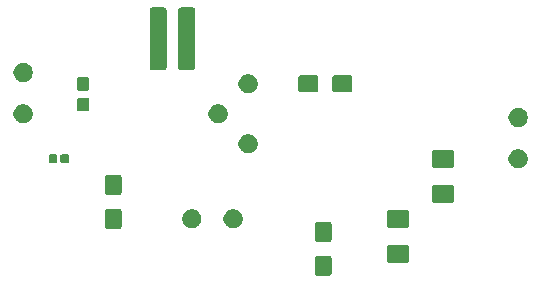
<source format=gts>
G04 #@! TF.GenerationSoftware,KiCad,Pcbnew,5.1.2-f72e74a~84~ubuntu18.04.1*
G04 #@! TF.CreationDate,2019-06-13T09:44:25+02:00*
G04 #@! TF.ProjectId,ampli_tres_simple,616d706c-695f-4747-9265-735f73696d70,rev?*
G04 #@! TF.SameCoordinates,Original*
G04 #@! TF.FileFunction,Soldermask,Top*
G04 #@! TF.FilePolarity,Negative*
%FSLAX46Y46*%
G04 Gerber Fmt 4.6, Leading zero omitted, Abs format (unit mm)*
G04 Created by KiCad (PCBNEW 5.1.2-f72e74a~84~ubuntu18.04.1) date 2019-06-13 09:44:25*
%MOMM*%
%LPD*%
G04 APERTURE LIST*
%ADD10C,0.100000*%
G04 APERTURE END LIST*
D10*
G36*
X165672798Y-139033247D02*
G01*
X165708367Y-139044037D01*
X165741139Y-139061554D01*
X165769869Y-139085131D01*
X165793446Y-139113861D01*
X165810963Y-139146633D01*
X165821753Y-139182202D01*
X165826000Y-139225325D01*
X165826000Y-140509675D01*
X165821753Y-140552798D01*
X165810963Y-140588367D01*
X165793446Y-140621139D01*
X165769869Y-140649869D01*
X165741139Y-140673446D01*
X165708367Y-140690963D01*
X165672798Y-140701753D01*
X165629675Y-140706000D01*
X164570325Y-140706000D01*
X164527202Y-140701753D01*
X164491633Y-140690963D01*
X164458861Y-140673446D01*
X164430131Y-140649869D01*
X164406554Y-140621139D01*
X164389037Y-140588367D01*
X164378247Y-140552798D01*
X164374000Y-140509675D01*
X164374000Y-139225325D01*
X164378247Y-139182202D01*
X164389037Y-139146633D01*
X164406554Y-139113861D01*
X164430131Y-139085131D01*
X164458861Y-139061554D01*
X164491633Y-139044037D01*
X164527202Y-139033247D01*
X164570325Y-139029000D01*
X165629675Y-139029000D01*
X165672798Y-139033247D01*
X165672798Y-139033247D01*
G37*
G36*
X172225562Y-138105681D02*
G01*
X172260481Y-138116274D01*
X172292663Y-138133476D01*
X172320873Y-138156627D01*
X172344024Y-138184837D01*
X172361226Y-138217019D01*
X172371819Y-138251938D01*
X172376000Y-138294395D01*
X172376000Y-139435605D01*
X172371819Y-139478062D01*
X172361226Y-139512981D01*
X172344024Y-139545163D01*
X172320873Y-139573373D01*
X172292663Y-139596524D01*
X172260481Y-139613726D01*
X172225562Y-139624319D01*
X172183105Y-139628500D01*
X170716895Y-139628500D01*
X170674438Y-139624319D01*
X170639519Y-139613726D01*
X170607337Y-139596524D01*
X170579127Y-139573373D01*
X170555976Y-139545163D01*
X170538774Y-139512981D01*
X170528181Y-139478062D01*
X170524000Y-139435605D01*
X170524000Y-138294395D01*
X170528181Y-138251938D01*
X170538774Y-138217019D01*
X170555976Y-138184837D01*
X170579127Y-138156627D01*
X170607337Y-138133476D01*
X170639519Y-138116274D01*
X170674438Y-138105681D01*
X170716895Y-138101500D01*
X172183105Y-138101500D01*
X172225562Y-138105681D01*
X172225562Y-138105681D01*
G37*
G36*
X165672798Y-136158247D02*
G01*
X165708367Y-136169037D01*
X165741139Y-136186554D01*
X165769869Y-136210131D01*
X165793446Y-136238861D01*
X165810963Y-136271633D01*
X165821753Y-136307202D01*
X165826000Y-136350325D01*
X165826000Y-137634675D01*
X165821753Y-137677798D01*
X165810963Y-137713367D01*
X165793446Y-137746139D01*
X165769869Y-137774869D01*
X165741139Y-137798446D01*
X165708367Y-137815963D01*
X165672798Y-137826753D01*
X165629675Y-137831000D01*
X164570325Y-137831000D01*
X164527202Y-137826753D01*
X164491633Y-137815963D01*
X164458861Y-137798446D01*
X164430131Y-137774869D01*
X164406554Y-137746139D01*
X164389037Y-137713367D01*
X164378247Y-137677798D01*
X164374000Y-137634675D01*
X164374000Y-136350325D01*
X164378247Y-136307202D01*
X164389037Y-136271633D01*
X164406554Y-136238861D01*
X164430131Y-136210131D01*
X164458861Y-136186554D01*
X164491633Y-136169037D01*
X164527202Y-136158247D01*
X164570325Y-136154000D01*
X165629675Y-136154000D01*
X165672798Y-136158247D01*
X165672798Y-136158247D01*
G37*
G36*
X147892798Y-135055747D02*
G01*
X147928367Y-135066537D01*
X147961139Y-135084054D01*
X147989869Y-135107631D01*
X148013446Y-135136361D01*
X148030963Y-135169133D01*
X148041753Y-135204702D01*
X148046000Y-135247825D01*
X148046000Y-136532175D01*
X148041753Y-136575298D01*
X148030963Y-136610867D01*
X148013446Y-136643639D01*
X147989869Y-136672369D01*
X147961139Y-136695946D01*
X147928367Y-136713463D01*
X147892798Y-136724253D01*
X147849675Y-136728500D01*
X146790325Y-136728500D01*
X146747202Y-136724253D01*
X146711633Y-136713463D01*
X146678861Y-136695946D01*
X146650131Y-136672369D01*
X146626554Y-136643639D01*
X146609037Y-136610867D01*
X146598247Y-136575298D01*
X146594000Y-136532175D01*
X146594000Y-135247825D01*
X146598247Y-135204702D01*
X146609037Y-135169133D01*
X146626554Y-135136361D01*
X146650131Y-135107631D01*
X146678861Y-135084054D01*
X146711633Y-135066537D01*
X146747202Y-135055747D01*
X146790325Y-135051500D01*
X147849675Y-135051500D01*
X147892798Y-135055747D01*
X147892798Y-135055747D01*
G37*
G36*
X154217142Y-135108242D02*
G01*
X154365101Y-135169529D01*
X154498255Y-135258499D01*
X154611501Y-135371745D01*
X154700471Y-135504899D01*
X154761758Y-135652858D01*
X154793000Y-135809925D01*
X154793000Y-135970075D01*
X154761758Y-136127142D01*
X154700471Y-136275101D01*
X154611501Y-136408255D01*
X154498255Y-136521501D01*
X154365101Y-136610471D01*
X154217142Y-136671758D01*
X154060075Y-136703000D01*
X153899925Y-136703000D01*
X153742858Y-136671758D01*
X153594899Y-136610471D01*
X153461745Y-136521501D01*
X153348499Y-136408255D01*
X153259529Y-136275101D01*
X153198242Y-136127142D01*
X153167000Y-135970075D01*
X153167000Y-135809925D01*
X153198242Y-135652858D01*
X153259529Y-135504899D01*
X153348499Y-135371745D01*
X153461745Y-135258499D01*
X153594899Y-135169529D01*
X153742858Y-135108242D01*
X153899925Y-135077000D01*
X154060075Y-135077000D01*
X154217142Y-135108242D01*
X154217142Y-135108242D01*
G37*
G36*
X157717142Y-135108242D02*
G01*
X157865101Y-135169529D01*
X157998255Y-135258499D01*
X158111501Y-135371745D01*
X158200471Y-135504899D01*
X158261758Y-135652858D01*
X158293000Y-135809925D01*
X158293000Y-135970075D01*
X158261758Y-136127142D01*
X158200471Y-136275101D01*
X158111501Y-136408255D01*
X157998255Y-136521501D01*
X157865101Y-136610471D01*
X157717142Y-136671758D01*
X157560075Y-136703000D01*
X157399925Y-136703000D01*
X157242858Y-136671758D01*
X157094899Y-136610471D01*
X156961745Y-136521501D01*
X156848499Y-136408255D01*
X156759529Y-136275101D01*
X156698242Y-136127142D01*
X156667000Y-135970075D01*
X156667000Y-135809925D01*
X156698242Y-135652858D01*
X156759529Y-135504899D01*
X156848499Y-135371745D01*
X156961745Y-135258499D01*
X157094899Y-135169529D01*
X157242858Y-135108242D01*
X157399925Y-135077000D01*
X157560075Y-135077000D01*
X157717142Y-135108242D01*
X157717142Y-135108242D01*
G37*
G36*
X172225562Y-135130681D02*
G01*
X172260481Y-135141274D01*
X172292663Y-135158476D01*
X172320873Y-135181627D01*
X172344024Y-135209837D01*
X172361226Y-135242019D01*
X172371819Y-135276938D01*
X172376000Y-135319395D01*
X172376000Y-136460605D01*
X172371819Y-136503062D01*
X172361226Y-136537981D01*
X172344024Y-136570163D01*
X172320873Y-136598373D01*
X172292663Y-136621524D01*
X172260481Y-136638726D01*
X172225562Y-136649319D01*
X172183105Y-136653500D01*
X170716895Y-136653500D01*
X170674438Y-136649319D01*
X170639519Y-136638726D01*
X170607337Y-136621524D01*
X170579127Y-136598373D01*
X170555976Y-136570163D01*
X170538774Y-136537981D01*
X170528181Y-136503062D01*
X170524000Y-136460605D01*
X170524000Y-135319395D01*
X170528181Y-135276938D01*
X170538774Y-135242019D01*
X170555976Y-135209837D01*
X170579127Y-135181627D01*
X170607337Y-135158476D01*
X170639519Y-135141274D01*
X170674438Y-135130681D01*
X170716895Y-135126500D01*
X172183105Y-135126500D01*
X172225562Y-135130681D01*
X172225562Y-135130681D01*
G37*
G36*
X176035562Y-133025681D02*
G01*
X176070481Y-133036274D01*
X176102663Y-133053476D01*
X176130873Y-133076627D01*
X176154024Y-133104837D01*
X176171226Y-133137019D01*
X176181819Y-133171938D01*
X176186000Y-133214395D01*
X176186000Y-134355605D01*
X176181819Y-134398062D01*
X176171226Y-134432981D01*
X176154024Y-134465163D01*
X176130873Y-134493373D01*
X176102663Y-134516524D01*
X176070481Y-134533726D01*
X176035562Y-134544319D01*
X175993105Y-134548500D01*
X174526895Y-134548500D01*
X174484438Y-134544319D01*
X174449519Y-134533726D01*
X174417337Y-134516524D01*
X174389127Y-134493373D01*
X174365976Y-134465163D01*
X174348774Y-134432981D01*
X174338181Y-134398062D01*
X174334000Y-134355605D01*
X174334000Y-133214395D01*
X174338181Y-133171938D01*
X174348774Y-133137019D01*
X174365976Y-133104837D01*
X174389127Y-133076627D01*
X174417337Y-133053476D01*
X174449519Y-133036274D01*
X174484438Y-133025681D01*
X174526895Y-133021500D01*
X175993105Y-133021500D01*
X176035562Y-133025681D01*
X176035562Y-133025681D01*
G37*
G36*
X147892798Y-132180747D02*
G01*
X147928367Y-132191537D01*
X147961139Y-132209054D01*
X147989869Y-132232631D01*
X148013446Y-132261361D01*
X148030963Y-132294133D01*
X148041753Y-132329702D01*
X148046000Y-132372825D01*
X148046000Y-133657175D01*
X148041753Y-133700298D01*
X148030963Y-133735867D01*
X148013446Y-133768639D01*
X147989869Y-133797369D01*
X147961139Y-133820946D01*
X147928367Y-133838463D01*
X147892798Y-133849253D01*
X147849675Y-133853500D01*
X146790325Y-133853500D01*
X146747202Y-133849253D01*
X146711633Y-133838463D01*
X146678861Y-133820946D01*
X146650131Y-133797369D01*
X146626554Y-133768639D01*
X146609037Y-133735867D01*
X146598247Y-133700298D01*
X146594000Y-133657175D01*
X146594000Y-132372825D01*
X146598247Y-132329702D01*
X146609037Y-132294133D01*
X146626554Y-132261361D01*
X146650131Y-132232631D01*
X146678861Y-132209054D01*
X146711633Y-132191537D01*
X146747202Y-132180747D01*
X146790325Y-132176500D01*
X147849675Y-132176500D01*
X147892798Y-132180747D01*
X147892798Y-132180747D01*
G37*
G36*
X181847142Y-130028242D02*
G01*
X181995101Y-130089529D01*
X182128255Y-130178499D01*
X182241501Y-130291745D01*
X182330471Y-130424899D01*
X182391758Y-130572858D01*
X182423000Y-130729925D01*
X182423000Y-130890075D01*
X182391758Y-131047142D01*
X182330471Y-131195101D01*
X182241501Y-131328255D01*
X182128255Y-131441501D01*
X181995101Y-131530471D01*
X181847142Y-131591758D01*
X181690075Y-131623000D01*
X181529925Y-131623000D01*
X181372858Y-131591758D01*
X181224899Y-131530471D01*
X181091745Y-131441501D01*
X180978499Y-131328255D01*
X180889529Y-131195101D01*
X180828242Y-131047142D01*
X180797000Y-130890075D01*
X180797000Y-130729925D01*
X180828242Y-130572858D01*
X180889529Y-130424899D01*
X180978499Y-130291745D01*
X181091745Y-130178499D01*
X181224899Y-130089529D01*
X181372858Y-130028242D01*
X181529925Y-129997000D01*
X181690075Y-129997000D01*
X181847142Y-130028242D01*
X181847142Y-130028242D01*
G37*
G36*
X176035562Y-130050681D02*
G01*
X176070481Y-130061274D01*
X176102663Y-130078476D01*
X176130873Y-130101627D01*
X176154024Y-130129837D01*
X176171226Y-130162019D01*
X176181819Y-130196938D01*
X176186000Y-130239395D01*
X176186000Y-131380605D01*
X176181819Y-131423062D01*
X176171226Y-131457981D01*
X176154024Y-131490163D01*
X176130873Y-131518373D01*
X176102663Y-131541524D01*
X176070481Y-131558726D01*
X176035562Y-131569319D01*
X175993105Y-131573500D01*
X174526895Y-131573500D01*
X174484438Y-131569319D01*
X174449519Y-131558726D01*
X174417337Y-131541524D01*
X174389127Y-131518373D01*
X174365976Y-131490163D01*
X174348774Y-131457981D01*
X174338181Y-131423062D01*
X174334000Y-131380605D01*
X174334000Y-130239395D01*
X174338181Y-130196938D01*
X174348774Y-130162019D01*
X174365976Y-130129837D01*
X174389127Y-130101627D01*
X174417337Y-130078476D01*
X174449519Y-130061274D01*
X174484438Y-130050681D01*
X174526895Y-130046500D01*
X175993105Y-130046500D01*
X176035562Y-130050681D01*
X176035562Y-130050681D01*
G37*
G36*
X142496938Y-130441716D02*
G01*
X142517557Y-130447971D01*
X142536553Y-130458124D01*
X142553208Y-130471792D01*
X142566876Y-130488447D01*
X142577029Y-130507443D01*
X142583284Y-130528062D01*
X142586000Y-130555640D01*
X142586000Y-131064360D01*
X142583284Y-131091938D01*
X142577029Y-131112557D01*
X142566876Y-131131553D01*
X142553208Y-131148208D01*
X142536553Y-131161876D01*
X142517557Y-131172029D01*
X142496938Y-131178284D01*
X142469360Y-131181000D01*
X142010640Y-131181000D01*
X141983062Y-131178284D01*
X141962443Y-131172029D01*
X141943447Y-131161876D01*
X141926792Y-131148208D01*
X141913124Y-131131553D01*
X141902971Y-131112557D01*
X141896716Y-131091938D01*
X141894000Y-131064360D01*
X141894000Y-130555640D01*
X141896716Y-130528062D01*
X141902971Y-130507443D01*
X141913124Y-130488447D01*
X141926792Y-130471792D01*
X141943447Y-130458124D01*
X141962443Y-130447971D01*
X141983062Y-130441716D01*
X142010640Y-130439000D01*
X142469360Y-130439000D01*
X142496938Y-130441716D01*
X142496938Y-130441716D01*
G37*
G36*
X143466938Y-130441716D02*
G01*
X143487557Y-130447971D01*
X143506553Y-130458124D01*
X143523208Y-130471792D01*
X143536876Y-130488447D01*
X143547029Y-130507443D01*
X143553284Y-130528062D01*
X143556000Y-130555640D01*
X143556000Y-131064360D01*
X143553284Y-131091938D01*
X143547029Y-131112557D01*
X143536876Y-131131553D01*
X143523208Y-131148208D01*
X143506553Y-131161876D01*
X143487557Y-131172029D01*
X143466938Y-131178284D01*
X143439360Y-131181000D01*
X142980640Y-131181000D01*
X142953062Y-131178284D01*
X142932443Y-131172029D01*
X142913447Y-131161876D01*
X142896792Y-131148208D01*
X142883124Y-131131553D01*
X142872971Y-131112557D01*
X142866716Y-131091938D01*
X142864000Y-131064360D01*
X142864000Y-130555640D01*
X142866716Y-130528062D01*
X142872971Y-130507443D01*
X142883124Y-130488447D01*
X142896792Y-130471792D01*
X142913447Y-130458124D01*
X142932443Y-130447971D01*
X142953062Y-130441716D01*
X142980640Y-130439000D01*
X143439360Y-130439000D01*
X143466938Y-130441716D01*
X143466938Y-130441716D01*
G37*
G36*
X158987142Y-128758242D02*
G01*
X159135101Y-128819529D01*
X159268255Y-128908499D01*
X159381501Y-129021745D01*
X159470471Y-129154899D01*
X159531758Y-129302858D01*
X159563000Y-129459925D01*
X159563000Y-129620075D01*
X159531758Y-129777142D01*
X159470471Y-129925101D01*
X159381501Y-130058255D01*
X159268255Y-130171501D01*
X159135101Y-130260471D01*
X158987142Y-130321758D01*
X158830075Y-130353000D01*
X158669925Y-130353000D01*
X158512858Y-130321758D01*
X158364899Y-130260471D01*
X158231745Y-130171501D01*
X158118499Y-130058255D01*
X158029529Y-129925101D01*
X157968242Y-129777142D01*
X157937000Y-129620075D01*
X157937000Y-129459925D01*
X157968242Y-129302858D01*
X158029529Y-129154899D01*
X158118499Y-129021745D01*
X158231745Y-128908499D01*
X158364899Y-128819529D01*
X158512858Y-128758242D01*
X158669925Y-128727000D01*
X158830075Y-128727000D01*
X158987142Y-128758242D01*
X158987142Y-128758242D01*
G37*
G36*
X181847142Y-126528242D02*
G01*
X181995101Y-126589529D01*
X182128255Y-126678499D01*
X182241501Y-126791745D01*
X182330471Y-126924899D01*
X182391758Y-127072858D01*
X182423000Y-127229925D01*
X182423000Y-127390075D01*
X182391758Y-127547142D01*
X182330471Y-127695101D01*
X182241501Y-127828255D01*
X182128255Y-127941501D01*
X181995101Y-128030471D01*
X181847142Y-128091758D01*
X181690075Y-128123000D01*
X181529925Y-128123000D01*
X181372858Y-128091758D01*
X181224899Y-128030471D01*
X181091745Y-127941501D01*
X180978499Y-127828255D01*
X180889529Y-127695101D01*
X180828242Y-127547142D01*
X180797000Y-127390075D01*
X180797000Y-127229925D01*
X180828242Y-127072858D01*
X180889529Y-126924899D01*
X180978499Y-126791745D01*
X181091745Y-126678499D01*
X181224899Y-126589529D01*
X181372858Y-126528242D01*
X181529925Y-126497000D01*
X181690075Y-126497000D01*
X181847142Y-126528242D01*
X181847142Y-126528242D01*
G37*
G36*
X139937142Y-126218242D02*
G01*
X140085101Y-126279529D01*
X140218255Y-126368499D01*
X140331501Y-126481745D01*
X140420471Y-126614899D01*
X140481758Y-126762858D01*
X140513000Y-126919925D01*
X140513000Y-127080075D01*
X140481758Y-127237142D01*
X140420471Y-127385101D01*
X140331501Y-127518255D01*
X140218255Y-127631501D01*
X140085101Y-127720471D01*
X139937142Y-127781758D01*
X139780075Y-127813000D01*
X139619925Y-127813000D01*
X139462858Y-127781758D01*
X139314899Y-127720471D01*
X139181745Y-127631501D01*
X139068499Y-127518255D01*
X138979529Y-127385101D01*
X138918242Y-127237142D01*
X138887000Y-127080075D01*
X138887000Y-126919925D01*
X138918242Y-126762858D01*
X138979529Y-126614899D01*
X139068499Y-126481745D01*
X139181745Y-126368499D01*
X139314899Y-126279529D01*
X139462858Y-126218242D01*
X139619925Y-126187000D01*
X139780075Y-126187000D01*
X139937142Y-126218242D01*
X139937142Y-126218242D01*
G37*
G36*
X156447142Y-126218242D02*
G01*
X156595101Y-126279529D01*
X156728255Y-126368499D01*
X156841501Y-126481745D01*
X156930471Y-126614899D01*
X156991758Y-126762858D01*
X157023000Y-126919925D01*
X157023000Y-127080075D01*
X156991758Y-127237142D01*
X156930471Y-127385101D01*
X156841501Y-127518255D01*
X156728255Y-127631501D01*
X156595101Y-127720471D01*
X156447142Y-127781758D01*
X156290075Y-127813000D01*
X156129925Y-127813000D01*
X155972858Y-127781758D01*
X155824899Y-127720471D01*
X155691745Y-127631501D01*
X155578499Y-127518255D01*
X155489529Y-127385101D01*
X155428242Y-127237142D01*
X155397000Y-127080075D01*
X155397000Y-126919925D01*
X155428242Y-126762858D01*
X155489529Y-126614899D01*
X155578499Y-126481745D01*
X155691745Y-126368499D01*
X155824899Y-126279529D01*
X155972858Y-126218242D01*
X156129925Y-126187000D01*
X156290075Y-126187000D01*
X156447142Y-126218242D01*
X156447142Y-126218242D01*
G37*
G36*
X145144499Y-125638445D02*
G01*
X145181995Y-125649820D01*
X145216554Y-125668292D01*
X145246847Y-125693153D01*
X145271708Y-125723446D01*
X145290180Y-125758005D01*
X145301555Y-125795501D01*
X145306000Y-125840638D01*
X145306000Y-126579362D01*
X145301555Y-126624499D01*
X145290180Y-126661995D01*
X145271708Y-126696554D01*
X145246847Y-126726847D01*
X145216554Y-126751708D01*
X145181995Y-126770180D01*
X145144499Y-126781555D01*
X145099362Y-126786000D01*
X144460638Y-126786000D01*
X144415501Y-126781555D01*
X144378005Y-126770180D01*
X144343446Y-126751708D01*
X144313153Y-126726847D01*
X144288292Y-126696554D01*
X144269820Y-126661995D01*
X144258445Y-126624499D01*
X144254000Y-126579362D01*
X144254000Y-125840638D01*
X144258445Y-125795501D01*
X144269820Y-125758005D01*
X144288292Y-125723446D01*
X144313153Y-125693153D01*
X144343446Y-125668292D01*
X144378005Y-125649820D01*
X144415501Y-125638445D01*
X144460638Y-125634000D01*
X145099362Y-125634000D01*
X145144499Y-125638445D01*
X145144499Y-125638445D01*
G37*
G36*
X158987142Y-123678242D02*
G01*
X159135101Y-123739529D01*
X159268255Y-123828499D01*
X159381501Y-123941745D01*
X159470471Y-124074899D01*
X159531758Y-124222858D01*
X159563000Y-124379925D01*
X159563000Y-124540075D01*
X159531758Y-124697142D01*
X159470471Y-124845101D01*
X159381501Y-124978255D01*
X159268255Y-125091501D01*
X159135101Y-125180471D01*
X158987142Y-125241758D01*
X158830075Y-125273000D01*
X158669925Y-125273000D01*
X158512858Y-125241758D01*
X158364899Y-125180471D01*
X158231745Y-125091501D01*
X158118499Y-124978255D01*
X158029529Y-124845101D01*
X157968242Y-124697142D01*
X157937000Y-124540075D01*
X157937000Y-124379925D01*
X157968242Y-124222858D01*
X158029529Y-124074899D01*
X158118499Y-123941745D01*
X158231745Y-123828499D01*
X158364899Y-123739529D01*
X158512858Y-123678242D01*
X158669925Y-123647000D01*
X158830075Y-123647000D01*
X158987142Y-123678242D01*
X158987142Y-123678242D01*
G37*
G36*
X164515298Y-123738247D02*
G01*
X164550867Y-123749037D01*
X164583639Y-123766554D01*
X164612369Y-123790131D01*
X164635946Y-123818861D01*
X164653463Y-123851633D01*
X164664253Y-123887202D01*
X164668500Y-123930325D01*
X164668500Y-124989675D01*
X164664253Y-125032798D01*
X164653463Y-125068367D01*
X164635946Y-125101139D01*
X164612369Y-125129869D01*
X164583639Y-125153446D01*
X164550867Y-125170963D01*
X164515298Y-125181753D01*
X164472175Y-125186000D01*
X163187825Y-125186000D01*
X163144702Y-125181753D01*
X163109133Y-125170963D01*
X163076361Y-125153446D01*
X163047631Y-125129869D01*
X163024054Y-125101139D01*
X163006537Y-125068367D01*
X162995747Y-125032798D01*
X162991500Y-124989675D01*
X162991500Y-123930325D01*
X162995747Y-123887202D01*
X163006537Y-123851633D01*
X163024054Y-123818861D01*
X163047631Y-123790131D01*
X163076361Y-123766554D01*
X163109133Y-123749037D01*
X163144702Y-123738247D01*
X163187825Y-123734000D01*
X164472175Y-123734000D01*
X164515298Y-123738247D01*
X164515298Y-123738247D01*
G37*
G36*
X167390298Y-123738247D02*
G01*
X167425867Y-123749037D01*
X167458639Y-123766554D01*
X167487369Y-123790131D01*
X167510946Y-123818861D01*
X167528463Y-123851633D01*
X167539253Y-123887202D01*
X167543500Y-123930325D01*
X167543500Y-124989675D01*
X167539253Y-125032798D01*
X167528463Y-125068367D01*
X167510946Y-125101139D01*
X167487369Y-125129869D01*
X167458639Y-125153446D01*
X167425867Y-125170963D01*
X167390298Y-125181753D01*
X167347175Y-125186000D01*
X166062825Y-125186000D01*
X166019702Y-125181753D01*
X165984133Y-125170963D01*
X165951361Y-125153446D01*
X165922631Y-125129869D01*
X165899054Y-125101139D01*
X165881537Y-125068367D01*
X165870747Y-125032798D01*
X165866500Y-124989675D01*
X165866500Y-123930325D01*
X165870747Y-123887202D01*
X165881537Y-123851633D01*
X165899054Y-123818861D01*
X165922631Y-123790131D01*
X165951361Y-123766554D01*
X165984133Y-123749037D01*
X166019702Y-123738247D01*
X166062825Y-123734000D01*
X167347175Y-123734000D01*
X167390298Y-123738247D01*
X167390298Y-123738247D01*
G37*
G36*
X145144499Y-123888445D02*
G01*
X145181995Y-123899820D01*
X145216554Y-123918292D01*
X145246847Y-123943153D01*
X145271708Y-123973446D01*
X145290180Y-124008005D01*
X145301555Y-124045501D01*
X145306000Y-124090638D01*
X145306000Y-124829362D01*
X145301555Y-124874499D01*
X145290180Y-124911995D01*
X145271708Y-124946554D01*
X145246847Y-124976847D01*
X145216554Y-125001708D01*
X145181995Y-125020180D01*
X145144499Y-125031555D01*
X145099362Y-125036000D01*
X144460638Y-125036000D01*
X144415501Y-125031555D01*
X144378005Y-125020180D01*
X144343446Y-125001708D01*
X144313153Y-124976847D01*
X144288292Y-124946554D01*
X144269820Y-124911995D01*
X144258445Y-124874499D01*
X144254000Y-124829362D01*
X144254000Y-124090638D01*
X144258445Y-124045501D01*
X144269820Y-124008005D01*
X144288292Y-123973446D01*
X144313153Y-123943153D01*
X144343446Y-123918292D01*
X144378005Y-123899820D01*
X144415501Y-123888445D01*
X144460638Y-123884000D01*
X145099362Y-123884000D01*
X145144499Y-123888445D01*
X145144499Y-123888445D01*
G37*
G36*
X139937142Y-122718242D02*
G01*
X140085101Y-122779529D01*
X140218255Y-122868499D01*
X140331501Y-122981745D01*
X140420471Y-123114899D01*
X140481758Y-123262858D01*
X140513000Y-123419925D01*
X140513000Y-123580075D01*
X140481758Y-123737142D01*
X140420471Y-123885101D01*
X140331501Y-124018255D01*
X140218255Y-124131501D01*
X140085101Y-124220471D01*
X139937142Y-124281758D01*
X139780075Y-124313000D01*
X139619925Y-124313000D01*
X139462858Y-124281758D01*
X139314899Y-124220471D01*
X139181745Y-124131501D01*
X139068499Y-124018255D01*
X138979529Y-123885101D01*
X138918242Y-123737142D01*
X138887000Y-123580075D01*
X138887000Y-123419925D01*
X138918242Y-123262858D01*
X138979529Y-123114899D01*
X139068499Y-122981745D01*
X139181745Y-122868499D01*
X139314899Y-122779529D01*
X139462858Y-122718242D01*
X139619925Y-122687000D01*
X139780075Y-122687000D01*
X139937142Y-122718242D01*
X139937142Y-122718242D01*
G37*
G36*
X151689311Y-118003271D02*
G01*
X151725103Y-118014129D01*
X151758095Y-118031763D01*
X151787008Y-118055492D01*
X151810737Y-118084405D01*
X151828371Y-118117397D01*
X151839229Y-118153189D01*
X151843500Y-118196555D01*
X151843500Y-123103445D01*
X151839229Y-123146811D01*
X151828371Y-123182603D01*
X151810737Y-123215595D01*
X151787008Y-123244508D01*
X151758095Y-123268237D01*
X151725103Y-123285871D01*
X151689311Y-123296729D01*
X151645945Y-123301000D01*
X150614055Y-123301000D01*
X150570689Y-123296729D01*
X150534897Y-123285871D01*
X150501905Y-123268237D01*
X150472992Y-123244508D01*
X150449263Y-123215595D01*
X150431629Y-123182603D01*
X150420771Y-123146811D01*
X150416500Y-123103445D01*
X150416500Y-118196555D01*
X150420771Y-118153189D01*
X150431629Y-118117397D01*
X150449263Y-118084405D01*
X150472992Y-118055492D01*
X150501905Y-118031763D01*
X150534897Y-118014129D01*
X150570689Y-118003271D01*
X150614055Y-117999000D01*
X151645945Y-117999000D01*
X151689311Y-118003271D01*
X151689311Y-118003271D01*
G37*
G36*
X154114311Y-118003271D02*
G01*
X154150103Y-118014129D01*
X154183095Y-118031763D01*
X154212008Y-118055492D01*
X154235737Y-118084405D01*
X154253371Y-118117397D01*
X154264229Y-118153189D01*
X154268500Y-118196555D01*
X154268500Y-123103445D01*
X154264229Y-123146811D01*
X154253371Y-123182603D01*
X154235737Y-123215595D01*
X154212008Y-123244508D01*
X154183095Y-123268237D01*
X154150103Y-123285871D01*
X154114311Y-123296729D01*
X154070945Y-123301000D01*
X153039055Y-123301000D01*
X152995689Y-123296729D01*
X152959897Y-123285871D01*
X152926905Y-123268237D01*
X152897992Y-123244508D01*
X152874263Y-123215595D01*
X152856629Y-123182603D01*
X152845771Y-123146811D01*
X152841500Y-123103445D01*
X152841500Y-118196555D01*
X152845771Y-118153189D01*
X152856629Y-118117397D01*
X152874263Y-118084405D01*
X152897992Y-118055492D01*
X152926905Y-118031763D01*
X152959897Y-118014129D01*
X152995689Y-118003271D01*
X153039055Y-117999000D01*
X154070945Y-117999000D01*
X154114311Y-118003271D01*
X154114311Y-118003271D01*
G37*
M02*

</source>
